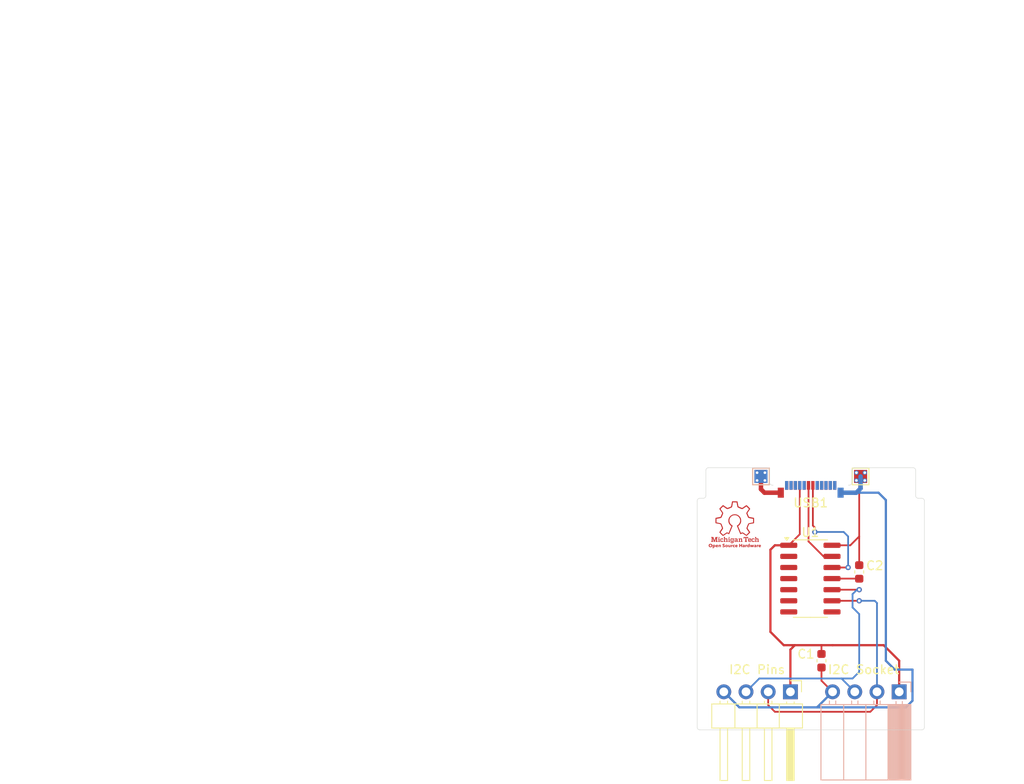
<source format=kicad_pcb>
(kicad_pcb (version 20241229) (generator "pcbnew") (generator_version "9.0")
  (layers (0 "F.Cu" signal) (2 "B.Cu" signal) (13 "F.Paste" user) (15 "B.Paste" user) (5 "F.SilkS" user "F.Silkscreen") (7 "B.SilkS" user "B.Silkscreen") (1 "F.Mask" user) (3 "B.Mask" user) (25 "Edge.Cuts" user))
  (net 0 "")
  (net 1 "Net-(D1-A)")
  (net 2 "GND")
  (net 3 "5V")
  (net 4 "Net-(U1-VUSB)")
  (net 5 "Net-(U1-D-)")
  (net 7 "SCL")
  (net 8 "Net-(D4-A)")
  (net 9 "SDA")
  (net 10 "Net-(U1-D+)")
  (net 11 "Net-(D3-A)")
  (net 14 "Net-(D2-A)")
  (footprint "Capacitor_SMD:C_0603_1608Metric" (layer "F.Cu") (at 98.044 79.248 90)
    (property "Reference" "C1")
    (property "Value" "C")
  )
  (footprint "Package_SO:SOIC-14_3.9x8.7mm_P1.27mm" (layer "F.Cu") (at 96.774 69.85)
    (property "Reference" "U1")
    (property "Value" "MCP2221AxSL")
  )
  (footprint "TestPoint:TestPoint_Pad_1.5x1.5mm" (layer "F.Cu") (at 91.12 58.16)
    (property "Reference" "TP1" (hide yes))
    (property "Value" "TestPoint" (hide yes))
  )
  (footprint "MountingHole:MountingHole_2.2mm_M2" (layer "F.Cu") (at 85.52 76.66)
    (property "Reference" "H1" (hide yes))
    (property "Value" "MountingHole")
  )
  (footprint "Connector_USB:USB_C_Plug_Molex_105444" (layer "F.Cu") (at 96.81 59.142)
    (property "Reference" "USB1")
    (property "Value" "USB C Male Connector")
  )
  (footprint "TestPoint:TestPoint_Pad_1.5x1.5mm" (layer "F.Cu") (at 102.52 58.16)
    (property "Reference" "TP3" (hide yes))
    (property "Value" "TestPoint" (hide yes))
  )
  (footprint "MountingHole:MountingHole_2.2mm_M2" (layer "F.Cu") (at 108.12 76.66)
    (property "Reference" "H2" (hide yes))
    (property "Value" "MountingHole")
  )
  (footprint "Capacitor_SMD:C_0603_1608Metric" (layer "F.Cu") (at 102.362 69.088 -90)
    (property "Reference" "C2")
    (property "Value" "C")
  )
  (footprint "LOGO" (layer "F.Cu") (at 88.138 63.754)
    (property "Reference" "G***" (hide yes))
    (property "Value" "LOGO" (hide yes))
  )
  (footprint "Connector_PinHeader_2.54mm:PinHeader_1x04_P2.54mm_Horizontal" (layer "F.Cu") (at 94.488 82.804 -90)
    (property "Reference" "I2C Pins")
    (property "Value" "I2C Pins" (hide yes))
  )
  (footprint "TestPoint:TestPoint_Pad_1.5x1.5mm" (layer "B.Cu") (at 91.12 58.16)
    (property "Reference" "TP2" (hide yes))
    (property "Value" "TestPoint" (hide yes))
  )
  (footprint "Connector_PinSocket_2.54mm:PinSocket_1x04_P2.54mm_Horizontal" (layer "B.Cu") (at 106.934 82.804 90)
    (property "Reference" "I2C Socket")
    (property "Value" "PinSocket_1x04_P2.54mm_Horizontal" (hide yes))
  )
  (gr_arc (start 84.82 57.46) (mid 84.907868 57.247868) (end 85.12 57.16) (stroke (width 0.05)) (layer "Edge.Cuts"))
  (gr_arc (start 109.12 60.66) (mid 108.907868 60.572132) (end 108.82 60.36) (stroke (width 0.05)) (layer "Edge.Cuts"))
  (gr_arc (start 109.52 60.66) (mid 109.732132 60.747868) (end 109.82 60.96) (stroke (width 0.05)) (layer "Edge.Cuts"))
  (gr_arc (start 91.82 57.16) (mid 92.032132 57.247868) (end 92.12 57.46) (stroke (width 0.05)) (layer "Edge.Cuts"))
  (gr_line (start 109.12 60.66) (end 109.52 60.66) (stroke (width 0.05)) (layer "Edge.Cuts"))
  (gr_arc (start 84.82 60.36) (mid 84.732132 60.572132) (end 84.52 60.66) (stroke (width 0.05)) (layer "Edge.Cuts"))
  (gr_arc (start 83.82 60.96) (mid 83.907868 60.747868) (end 84.12 60.66) (stroke (width 0.05)) (layer "Edge.Cuts"))
  (gr_line (start 101.12 59.16) (end 101.22 59.16) (stroke (width 0.05)) (layer "Edge.Cuts"))
  (gr_line (start 91.82 57.16) (end 85.12 57.16) (stroke (width 0.05)) (layer "Edge.Cuts"))
  (gr_line (start 92.42 59.16) (end 92.52 59.16) (stroke (width 0.05)) (layer "Edge.Cuts"))
  (gr_line (start 84.12 60.66) (end 84.52 60.66) (stroke (width 0.05)) (layer "Edge.Cuts"))
  (gr_line (start 84.82 60.36) (end 84.82 57.46) (stroke (width 0.05)) (layer "Edge.Cuts"))
  (gr_line (start 101.52 58.86) (end 101.52 57.46) (stroke (width 0.05)) (layer "Edge.Cuts"))
  (gr_arc (start 109.82 86.86) (mid 109.732132 87.072132) (end 109.52 87.16) (stroke (width 0.05)) (layer "Edge.Cuts"))
  (gr_line (start 101.82 57.16) (end 108.52 57.16) (stroke (width 0.05)) (layer "Edge.Cuts"))
  (gr_line (start 108.82 60.36) (end 108.82 57.46) (stroke (width 0.05)) (layer "Edge.Cuts"))
  (gr_arc (start 101.52 58.86) (mid 101.432132 59.072132) (end 101.22 59.16) (stroke (width 0.05)) (layer "Edge.Cuts"))
  (gr_arc (start 101.52 57.46) (mid 101.607868 57.247868) (end 101.82 57.16) (stroke (width 0.05)) (layer "Edge.Cuts"))
  (gr_line (start 83.82 60.96) (end 83.82 86.86) (stroke (width 0.05)) (layer "Edge.Cuts"))
  (gr_line (start 92.12 58.86) (end 92.12 57.46) (stroke (width 0.05)) (layer "Edge.Cuts"))
  (gr_arc (start 92.42 59.16) (mid 92.207868 59.072132) (end 92.12 58.86) (stroke (width 0.05)) (layer "Edge.Cuts"))
  (gr_arc (start 108.52 57.16) (mid 108.732132 57.247868) (end 108.82 57.46) (stroke (width 0.05)) (layer "Edge.Cuts"))
  (gr_line (start 84.12 87.16) (end 109.52 87.16) (stroke (width 0.05)) (layer "Edge.Cuts"))
  (gr_line (start 109.82 60.96) (end 109.82 86.86) (stroke (width 0.05)) (layer "Edge.Cuts"))
  (gr_arc (start 84.12 87.16) (mid 83.907868 87.072132) (end 83.82 86.86) (stroke (width 0.05)) (layer "Edge.Cuts"))
  (segment (start 102.362 65.024) (end 102.362 58.318) (width 0.2) (layer "F.Cu") (net 2))
  (segment (start 99.249 66.04) (end 101.346 66.04) (width 0.2) (layer "F.Cu") (net 2))
  (segment (start 91.12 59.624) (end 91.12 58.16) (width 0.508) (layer "F.Cu") (net 2))
  (segment (start 93.39 60.022) (end 91.518 60.022) (width 0.508) (layer "F.Cu") (net 2))
  (segment (start 91.518 60.022) (end 91.12 59.624) (width 0.508) (layer "F.Cu") (net 2))
  (segment (start 102.362 68.313) (end 102.362 65.024) (width 0.2) (layer "F.Cu") (net 2))
  (segment (start 101.346 66.04) (end 102.362 65.024) (width 0.2) (layer "F.Cu") (net 2))
  (segment (start 99.314 82.804) (end 98.044 81.534) (width 0.2) (layer "F.Cu") (net 2))
  (segment (start 102.362 58.318) (end 102.52 58.16) (width 0.2) (layer "F.Cu") (net 2))
  (segment (start 98.044 81.534) (end 98.044 80.023) (width 0.2) (layer "F.Cu") (net 2))
  (via (at 91.567 58.6205) (size 0.5) (drill 0.3) (layers "F.Cu" "B.Cu") (net 2))
  (via (at 91.567 57.7315) (size 0.5) (drill 0.3) (layers "F.Cu" "B.Cu") (net 2))
  (via (at 102.0445 57.7315) (size 0.5) (drill 0.3) (layers "F.Cu" "B.Cu") (net 2))
  (via (at 90.678 57.7315) (size 0.5) (drill 0.3) (layers "F.Cu" "B.Cu") (net 2))
  (via (at 102.0445 58.6205) (size 0.5) (drill 0.3) (layers "F.Cu" "B.Cu") (net 2))
  (via (at 90.678 58.6205) (size 0.5) (drill 0.3) (layers "F.Cu" "B.Cu") (net 2))
  (via (at 102.997 57.7315) (size 0.5) (drill 0.3) (layers "F.Cu" "B.Cu") (net 2))
  (via (at 102.997 58.6205) (size 0.5) (drill 0.3) (layers "F.Cu" "B.Cu") (net 2))
  (segment (start 104.57 60.022) (end 101.854 60.022) (width 0.254) (layer "B.Cu") (net 2))
  (segment (start 104.57 60.022) (end 105.41 60.862) (width 0.254) (layer "B.Cu") (net 2))
  (segment (start 97.536 84.582) (end 107.696 84.582) (width 0.254) (layer "B.Cu") (net 2))
  (segment (start 88.646 84.582) (end 87.117891 83.053891) (width 0.254) (layer "B.Cu") (net 2))
  (segment (start 102.03 60.022) (end 102.52 59.532) (width 0.508) (layer "B.Cu") (net 2))
  (segment (start 107.696 84.582) (end 108.458 83.82) (width 0.254) (layer "B.Cu") (net 2))
  (segment (start 101.854 60.022) (end 102.03 60.022) (width 0.508) (layer "B.Cu") (net 2))
  (segment (start 105.41 60.862) (end 105.41 60.96) (width 0.254) (layer "B.Cu") (net 2))
  (segment (start 102.52 59.532) (end 102.52 58.16) (width 0.508) (layer "B.Cu") (net 2))
  (segment (start 108.458 83.82) (end 108.458 80.264) (width 0.254) (layer "B.Cu") (net 2))
  (segment (start 108.458 80.264) (end 106.426 80.264) (width 0.254) (layer "B.Cu") (net 2))
  (segment (start 106.426 80.264) (end 105.41 79.248) (width 0.254) (layer "B.Cu") (net 2))
  (segment (start 105.41 79.248) (end 105.41 60.96) (width 0.254) (layer "B.Cu") (net 2))
  (segment (start 97.536 84.582) (end 88.646 84.582) (width 0.254) (layer "B.Cu") (net 2))
  (segment (start 86.868 82.55) (end 86.868 82.804) (width 0.1524) (layer "B.Cu") (net 2))
  (segment (start 100.23 60.022) (end 101.854 60.022) (width 0.508) (layer "B.Cu") (net 2))
  (segment (start 99.314 82.804) (end 97.536 84.582) (width 0.254) (layer "B.Cu") (net 2))
  (segment (start 94.299 66.04) (end 92.71 66.04) (width 0.254) (layer "F.Cu") (net 3))
  (segment (start 93.726 77.47) (end 94.996 77.47) (width 0.254) (layer "F.Cu") (net 3))
  (segment (start 92.202 75.946) (end 93.726 77.47) (width 0.254) (layer "F.Cu") (net 3))
  (segment (start 92.71 66.04) (end 92.202 66.548) (width 0.254) (layer "F.Cu") (net 3))
  (segment (start 106.934 79.248) (end 106.934 82.804) (width 0.254) (layer "F.Cu") (net 3))
  (segment (start 99.314 77.47) (end 105.156 77.47) (width 0.254) (layer "F.Cu") (net 3))
  (segment (start 94.488 77.978) (end 94.996 77.47) (width 0.254) (layer "F.Cu") (net 3))
  (segment (start 92.202 66.548) (end 92.202 75.946) (width 0.254) (layer "F.Cu") (net 3))
  (segment (start 105.156 77.47) (end 106.934 79.248) (width 0.254) (layer "F.Cu") (net 3))
  (segment (start 98.044 78.473) (end 98.044 77.47) (width 0.2) (layer "F.Cu") (net 3))
  (segment (start 95.56 64.779) (end 94.299 66.04) (width 0.2) (layer "F.Cu") (net 3))
  (segment (start 94.996 77.47) (end 98.044 77.47) (width 0.254) (layer "F.Cu") (net 3))
  (segment (start 94.488 82.804) (end 94.488 77.978) (width 0.254) (layer "F.Cu") (net 3))
  (segment (start 98.044 77.47) (end 99.314 77.47) (width 0.254) (layer "F.Cu") (net 3))
  (segment (start 95.56 59.182) (end 95.56 64.779) (width 0.2) (layer "F.Cu") (net 3))
  (segment (start 102.349 69.85) (end 102.362 69.863) (width 0.2) (layer "F.Cu") (net 4))
  (segment (start 99.249 69.85) (end 102.349 69.85) (width 0.2) (layer "F.Cu") (net 4))
  (segment (start 97.06 63.786) (end 97.06 59.182) (width 0.2) (layer "F.Cu") (net 5))
  (segment (start 101.092 68.58) (end 99.249 68.58) (width 0.2) (layer "F.Cu") (net 5))
  (segment (start 97.282 64.516) (end 97.282 64.008) (width 0.2) (layer "F.Cu") (net 5))
  (segment (start 97.282 64.008) (end 97.06 63.786) (width 0.2) (layer "F.Cu") (net 5))
  (via (at 101.092 68.58) (size 0.6) (drill 0.3) (layers "F.Cu" "B.Cu") (net 5))
  (via (at 97.282 64.516) (size 0.6) (drill 0.3) (layers "F.Cu" "B.Cu") (net 5))
  (segment (start 101.092 65.024) (end 101.092 68.58) (width 0.2) (layer "B.Cu") (net 5))
  (segment (start 97.282 64.516) (end 100.584 64.516) (width 0.2) (layer "B.Cu") (net 5))
  (segment (start 100.584 64.516) (end 101.092 65.024) (width 0.2) (layer "B.Cu") (net 5))
  (segment (start 99.249 71.12) (end 102.362 71.12) (width 0.2) (layer "F.Cu") (net 7))
  (via (at 102.362 71.12) (size 0.6) (drill 0.3) (layers "F.Cu" "B.Cu") (net 7))
  (segment (start 100.33 81.28) (end 101.6 81.28) (width 0.2) (layer "B.Cu") (net 7))
  (segment (start 101.6 73.152) (end 101.6 71.628) (width 0.2) (layer "B.Cu") (net 7))
  (segment (start 89.408 82.804) (end 90.932 81.28) (width 0.2) (layer "B.Cu") (net 7))
  (segment (start 101.6 81.28) (end 102.362 80.518) (width 0.2) (layer "B.Cu") (net 7))
  (segment (start 102.108 71.12) (end 102.362 71.12) (width 0.2) (layer "B.Cu") (net 7))
  (segment (start 102.362 73.914) (end 101.6 73.152) (width 0.2) (layer "B.Cu") (net 7))
  (segment (start 100.33 81.28) (end 101.854 82.804) (width 0.2) (layer "B.Cu") (net 7))
  (segment (start 101.6 71.628) (end 102.108 71.12) (width 0.2) (layer "B.Cu") (net 7))
  (segment (start 90.932 81.28) (end 100.33 81.28) (width 0.2) (layer "B.Cu") (net 7))
  (segment (start 102.362 80.518) (end 102.362 73.914) (width 0.2) (layer "B.Cu") (net 7))
  (segment (start 104.394 82.804) (end 104.394 84.328) (width 0.2) (layer "F.Cu") (net 9))
  (segment (start 99.249 72.39) (end 102.362 72.39) (width 0.2) (layer "F.Cu") (net 9))
  (segment (start 92.71 85.09) (end 91.948 84.328) (width 0.2) (layer "F.Cu") (net 9))
  (segment (start 91.948 84.328) (end 91.948 83.955) (width 0.2) (layer "F.Cu") (net 9))
  (segment (start 103.632 85.09) (end 92.71 85.09) (width 0.2) (layer "F.Cu") (net 9))
  (segment (start 91.948 82.804) (end 91.948 83.927) (width 0.2) (layer "F.Cu") (net 9))
  (segment (start 104.394 84.328) (end 103.632 85.09) (width 0.2) (layer "F.Cu") (net 9))
  (via (at 102.362 72.39) (size 0.6) (drill 0.3) (layers "F.Cu" "B.Cu") (net 9))
  (segment (start 104.14 72.39) (end 104.394 72.644) (width 0.2) (layer "B.Cu") (net 9))
  (segment (start 104.394 72.644) (end 104.394 82.804) (width 0.2) (layer "B.Cu") (net 9))
  (segment (start 102.362 72.39) (end 104.14 72.39) (width 0.2) (layer "B.Cu") (net 9))
  (segment (start 98.274001 67.31) (end 99.249 67.31) (width 0.2) (layer "F.Cu") (net 10))
  (segment (start 96.56 59.182) (end 96.56 65.595999) (width 0.2) (layer "F.Cu") (net 10))
  (segment (start 96.56 65.595999) (end 98.274001 67.31) (width 0.2) (layer "F.Cu") (net 10))
)
</source>
